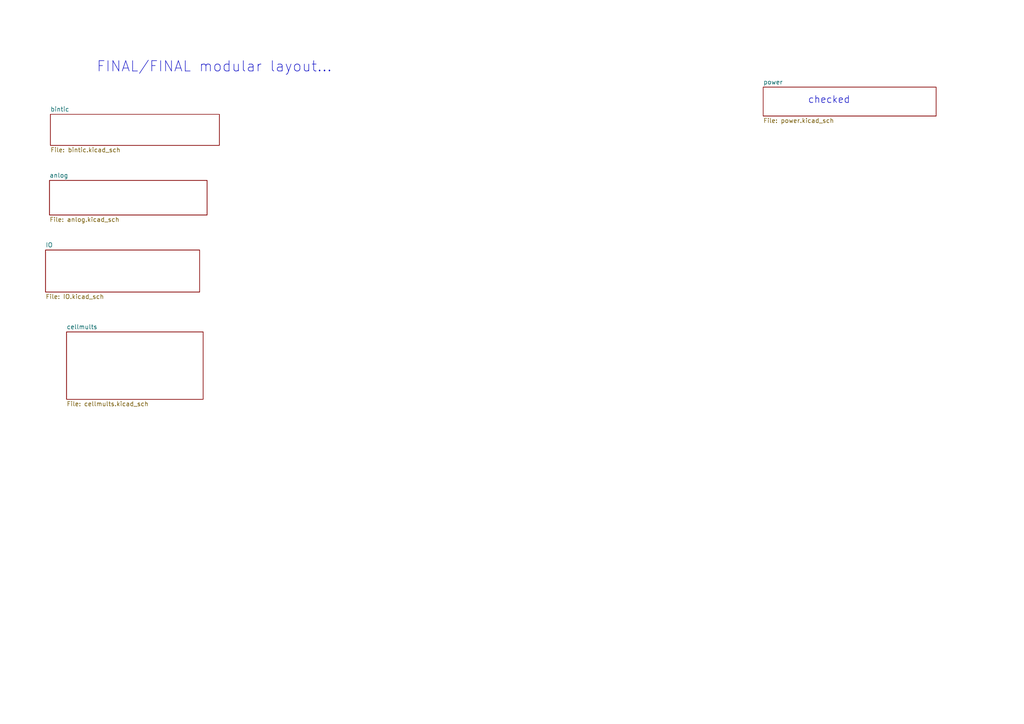
<source format=kicad_sch>
(kicad_sch (version 20211123) (generator eeschema)
  (paper "A4")
  (lib_symbols)
  (text "FINAL/FINAL modular layout..." (at 27.94 21.209 0) (effects (font (size 2.9972 2.9972)) (justify left bottom)))
  (text "checked" (at 234.315 30.226 0) (effects (font (size 2.0066 2.0066)) (justify left bottom)))
  (sheet (at 221.361 25.273) (size 50.165 8.382)
    (property "Sheet name" "power" (at 221.361 24.5614 0) (effects (justify left bottom)))
    (property "Sheet file" "power.kicad_sch" (at 221.361 34.2396 0) (effects (justify left top)))
  )
  (sheet (at 14.605 33.147) (size 49.022 9.017)
    (property "Sheet name" "bintic" (at 14.605 32.4354 0) (effects (justify left bottom)))
    (property "Sheet file" "bintic.kicad_sch" (at 14.605 42.7486 0) (effects (justify left top)))
  )
  (sheet (at 14.351 52.324) (size 45.72 10.033)
    (property "Sheet name" "anlog" (at 14.351 51.6124 0) (effects (justify left bottom)))
    (property "Sheet file" "anlog.kicad_sch" (at 14.351 62.9416 0) (effects (justify left top)))
  )
  (sheet (at 19.304 96.266) (size 39.624 19.558) (stroke (width 0.1524))
    (property "Sheet name" "cellmults" (at 19.304 95.5544 0) (effects (justify left bottom)))
    (property "Sheet file" "cellmults.kicad_sch" (at 19.304 116.4086 0) (effects (justify left top)))
  )
  (sheet (at 13.208 72.517) (size 44.704 12.192) (stroke (width 0.1524))
    (property "Sheet name" "IO" (at 13.208 71.8054 0) (effects (justify left bottom)))
    (property "Sheet file" "IO.kicad_sch" (at 13.208 85.2936 0) (effects (justify left top)))
  )
)
</source>
